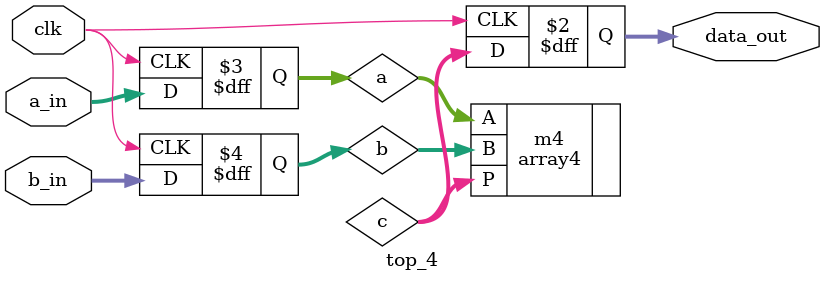
<source format=v>
module top_4(
  input clk,
  input [3:0] a_in,
  input [3:0] b_in,
  output [7:0] data_out
);

reg [3:0] a, b;
wire [7:0] c;
reg [7:0] data_out;

array4 m4(.A(a), .B(b), .P(c));

always @(posedge clk) begin
  a <= a_in;
  b <= b_in;
  data_out <= c;
end
endmodule

</source>
